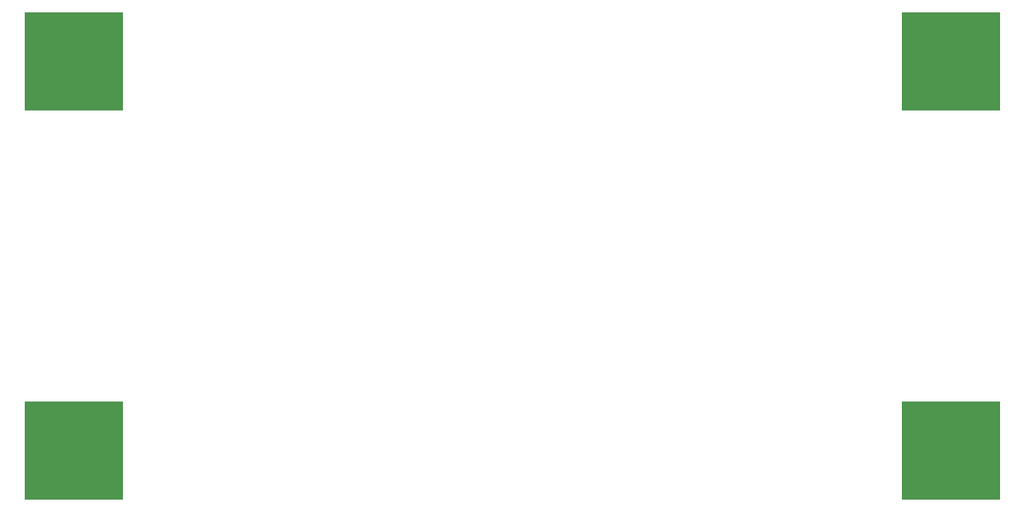
<source format=gbr>
%TF.GenerationSoftware,KiCad,Pcbnew,9.0.2*%
%TF.CreationDate,2025-07-25T15:12:23+08:00*%
%TF.ProjectId,tsal_r_v3,7473616c-5f72-45f7-9633-2e6b69636164,rev?*%
%TF.SameCoordinates,Original*%
%TF.FileFunction,Legend,Bot*%
%TF.FilePolarity,Positive*%
%FSLAX46Y46*%
G04 Gerber Fmt 4.6, Leading zero omitted, Abs format (unit mm)*
G04 Created by KiCad (PCBNEW 9.0.2) date 2025-07-25 15:12:23*
%MOMM*%
%LPD*%
G01*
G04 APERTURE LIST*
%ADD10C,0.120000*%
G04 APERTURE END LIST*
D10*
X105000000Y-75000000D02*
X115000000Y-75000000D01*
X115000000Y-85000000D01*
X105000000Y-85000000D01*
X105000000Y-75000000D01*
G36*
X105000000Y-75000000D02*
G01*
X115000000Y-75000000D01*
X115000000Y-85000000D01*
X105000000Y-85000000D01*
X105000000Y-75000000D01*
G37*
X15000000Y-115000000D02*
X25000000Y-115000000D01*
X25000000Y-125000000D01*
X15000000Y-125000000D01*
X15000000Y-115000000D01*
G36*
X15000000Y-115000000D02*
G01*
X25000000Y-115000000D01*
X25000000Y-125000000D01*
X15000000Y-125000000D01*
X15000000Y-115000000D01*
G37*
X105000000Y-115000000D02*
X115000000Y-115000000D01*
X115000000Y-125000000D01*
X105000000Y-125000000D01*
X105000000Y-115000000D01*
G36*
X105000000Y-115000000D02*
G01*
X115000000Y-115000000D01*
X115000000Y-125000000D01*
X105000000Y-125000000D01*
X105000000Y-115000000D01*
G37*
X15000000Y-75000000D02*
X25000000Y-75000000D01*
X25000000Y-85000000D01*
X15000000Y-85000000D01*
X15000000Y-75000000D01*
G36*
X15000000Y-75000000D02*
G01*
X25000000Y-75000000D01*
X25000000Y-85000000D01*
X15000000Y-85000000D01*
X15000000Y-75000000D01*
G37*
M02*

</source>
